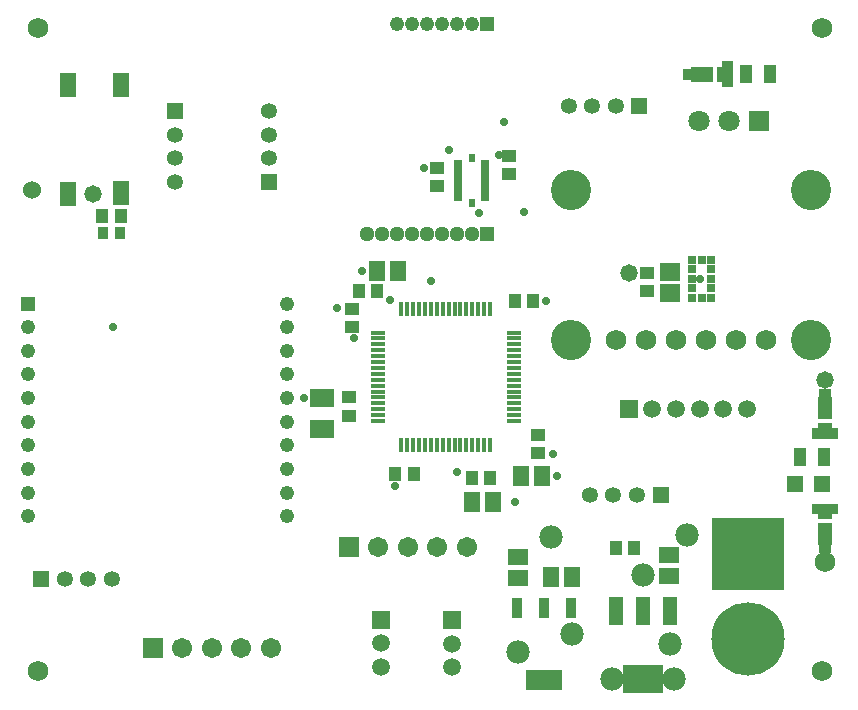
<source format=gts>
G04*
G04 #@! TF.GenerationSoftware,Altium Limited,Altium Designer,25.8.1 (18)*
G04*
G04 Layer_Color=8388736*
%FSLAX25Y25*%
%MOIN*%
G70*
G04*
G04 #@! TF.SameCoordinates,C76D9226-5B89-478B-BDFE-737DA55DB7C2*
G04*
G04*
G04 #@! TF.FilePolarity,Negative*
G04*
G01*
G75*
%ADD17R,0.03350X0.06934*%
%ADD18R,0.12405X0.06934*%
%ADD28R,0.04700X0.01200*%
%ADD29R,0.01200X0.04700*%
%ADD33R,0.05512X0.08268*%
%ADD36R,0.06587X0.05367*%
%ADD37R,0.04540X0.09265*%
%ADD38R,0.04422X0.06391*%
%ADD39R,0.02769X0.02769*%
%ADD40R,0.04658X0.04422*%
%ADD41R,0.03123X0.02178*%
%ADD42R,0.06942X0.05839*%
%ADD43R,0.05367X0.06587*%
%ADD44R,0.04422X0.04658*%
%ADD45R,0.03556X0.04343*%
%ADD46R,0.07965X0.06469*%
%ADD47R,0.13595X0.09265*%
%ADD48R,0.05328X0.05328*%
%ADD49R,0.02178X0.03123*%
%ADD50R,0.24422X0.24422*%
%ADD51C,0.06824*%
%ADD52R,0.06737X0.06737*%
%ADD53C,0.05328*%
%ADD54R,0.04776X0.04776*%
%ADD55R,0.05950X0.05950*%
%ADD56C,0.04776*%
%ADD57R,0.05328X0.05328*%
%ADD58R,0.04769X0.04769*%
%ADD59C,0.07119*%
%ADD60C,0.05950*%
%ADD61C,0.24422*%
%ADD62C,0.05081*%
%ADD63C,0.06737*%
%ADD64C,0.04769*%
%ADD65R,0.05950X0.05950*%
%ADD66C,0.06000*%
%ADD67R,0.05081X0.05081*%
%ADD68R,0.07119X0.07119*%
%ADD69C,0.13398*%
%ADD70C,0.06800*%
%ADD71C,0.05800*%
%ADD72C,0.02800*%
%ADD73C,0.07800*%
G36*
X276378Y54134D02*
Y51378D01*
X272441D01*
Y54134D01*
X272047D01*
Y61417D01*
X276772D01*
Y54134D01*
X276378D01*
D02*
G37*
G36*
X276772Y64370D02*
Y62795D01*
X272047D01*
Y64370D01*
X270079D01*
Y67913D01*
X278740D01*
Y64370D01*
X276772D01*
D02*
G37*
G36*
X272047Y93110D02*
Y94685D01*
X276772D01*
Y93110D01*
X278740D01*
Y89567D01*
X270079D01*
Y93110D01*
X272047D01*
D02*
G37*
G36*
X237205Y208661D02*
X229921D01*
Y209055D01*
X227165D01*
Y212992D01*
X229921D01*
Y213386D01*
X237205D01*
Y208661D01*
D02*
G37*
G36*
X243701Y206693D02*
X240158D01*
Y208661D01*
X238583D01*
Y213386D01*
X240158D01*
Y215354D01*
X243701D01*
Y206693D01*
D02*
G37*
G36*
X276378Y103347D02*
X276772D01*
Y96063D01*
X272047D01*
Y103347D01*
X272441D01*
Y106102D01*
X276378D01*
Y103347D01*
D02*
G37*
D17*
X189874Y33158D02*
D03*
X180819D02*
D03*
X171764D02*
D03*
D18*
X180819Y9339D02*
D03*
D28*
X170669Y125000D02*
D03*
Y95473D02*
D03*
X125394Y125000D02*
D03*
Y101378D02*
D03*
X170669Y123032D02*
D03*
X125394Y103347D02*
D03*
Y111221D02*
D03*
X170669Y101378D02*
D03*
X125394Y113189D02*
D03*
X170669Y107284D02*
D03*
Y97441D02*
D03*
Y99410D02*
D03*
Y121063D02*
D03*
Y119095D02*
D03*
Y117126D02*
D03*
Y115158D02*
D03*
Y113189D02*
D03*
Y111221D02*
D03*
Y109252D02*
D03*
X125394Y105315D02*
D03*
Y107284D02*
D03*
Y115158D02*
D03*
Y117126D02*
D03*
Y119095D02*
D03*
Y121063D02*
D03*
Y123032D02*
D03*
Y109252D02*
D03*
X170669Y105315D02*
D03*
Y103347D02*
D03*
X125394Y99410D02*
D03*
Y97441D02*
D03*
Y95473D02*
D03*
D29*
X133268Y132874D02*
D03*
X156890Y87599D02*
D03*
X137205D02*
D03*
X162795D02*
D03*
X158858D02*
D03*
X154921D02*
D03*
X135236Y132874D02*
D03*
Y87599D02*
D03*
X141142Y132874D02*
D03*
X147047D02*
D03*
X149016Y87599D02*
D03*
X145079D02*
D03*
X154921Y132874D02*
D03*
X152953D02*
D03*
X143110D02*
D03*
X145079D02*
D03*
X147047Y87599D02*
D03*
X139173Y132874D02*
D03*
X160827Y87599D02*
D03*
X137205Y132874D02*
D03*
X152953Y87599D02*
D03*
X150984D02*
D03*
X143110D02*
D03*
X141142D02*
D03*
X158858Y132874D02*
D03*
X160827D02*
D03*
X162795D02*
D03*
X139173Y87599D02*
D03*
X150984Y132874D02*
D03*
X156890D02*
D03*
X149016D02*
D03*
X133268Y87599D02*
D03*
D33*
X22047Y171260D02*
D03*
X39764Y171653D02*
D03*
Y207480D02*
D03*
X22047D02*
D03*
D36*
X222571Y43980D02*
D03*
X171972Y43087D02*
D03*
X222571Y50870D02*
D03*
X171972Y50016D02*
D03*
D37*
X222835Y32283D02*
D03*
X213779D02*
D03*
X204724D02*
D03*
D38*
X266142Y83465D02*
D03*
X274016D02*
D03*
X248209Y211024D02*
D03*
X256083D02*
D03*
D39*
X230170Y136614D02*
D03*
X236469D02*
D03*
X233319Y149213D02*
D03*
Y136614D02*
D03*
X230170Y146063D02*
D03*
Y142913D02*
D03*
Y139764D02*
D03*
X236469Y149213D02*
D03*
Y139764D02*
D03*
Y142913D02*
D03*
X230170Y149213D02*
D03*
X236469Y146063D02*
D03*
D40*
X169291Y177756D02*
D03*
X215209Y138779D02*
D03*
X178740Y90847D02*
D03*
X145276Y173721D02*
D03*
X116929Y126772D02*
D03*
X115748Y97342D02*
D03*
X215209Y144882D02*
D03*
X178740Y84744D02*
D03*
X169291Y183858D02*
D03*
X145276Y179823D02*
D03*
X116929Y132874D02*
D03*
X115748Y103445D02*
D03*
D41*
X161279Y177618D02*
D03*
X152106Y173681D02*
D03*
X161279Y179587D02*
D03*
Y175650D02*
D03*
Y171712D02*
D03*
Y169744D02*
D03*
X152106D02*
D03*
Y179587D02*
D03*
X161279Y173681D02*
D03*
X152106Y181555D02*
D03*
Y171712D02*
D03*
Y175650D02*
D03*
Y177618D02*
D03*
X161279Y181555D02*
D03*
D42*
X222689Y138276D02*
D03*
Y145276D02*
D03*
D43*
X183075Y43402D02*
D03*
X156850Y68504D02*
D03*
X180157Y77165D02*
D03*
X190004Y43402D02*
D03*
X125276Y145669D02*
D03*
X163779Y68504D02*
D03*
X173228Y77165D02*
D03*
X132205Y145669D02*
D03*
D44*
X170965Y135433D02*
D03*
X119049Y138800D02*
D03*
X156791Y76378D02*
D03*
X137303Y77953D02*
D03*
X177067Y135433D02*
D03*
X210925Y53150D02*
D03*
X33563Y163779D02*
D03*
X125151Y138800D02*
D03*
X162894Y76378D02*
D03*
X131201Y77953D02*
D03*
X39665Y163779D02*
D03*
X204823Y53150D02*
D03*
D45*
X33661Y158268D02*
D03*
X39567D02*
D03*
D46*
X106693Y92772D02*
D03*
Y103291D02*
D03*
D47*
X213779Y9449D02*
D03*
D48*
X273622Y74410D02*
D03*
X264370D02*
D03*
X219685Y70866D02*
D03*
X13192Y42882D02*
D03*
X212598Y200394D02*
D03*
D49*
X156693Y183189D02*
D03*
Y168110D02*
D03*
D50*
X248819Y51181D02*
D03*
D51*
X204685Y122441D02*
D03*
X214685D02*
D03*
X244685D02*
D03*
X254685D02*
D03*
X234685D02*
D03*
X224685D02*
D03*
D52*
X115748Y53543D02*
D03*
X50394Y19685D02*
D03*
D53*
X188976Y200394D02*
D03*
X203937Y70866D02*
D03*
X196063D02*
D03*
X88976Y198819D02*
D03*
X36814Y42882D02*
D03*
X21066D02*
D03*
X88976Y190945D02*
D03*
X196850Y200394D02*
D03*
X204724D02*
D03*
X57874Y190945D02*
D03*
Y183071D02*
D03*
Y175197D02*
D03*
X88976Y183071D02*
D03*
X211811Y70866D02*
D03*
X28940Y42882D02*
D03*
D54*
X161811Y227874D02*
D03*
D55*
X209055Y99410D02*
D03*
D56*
X156811Y227874D02*
D03*
X151811D02*
D03*
X131811D02*
D03*
X136811D02*
D03*
X141811D02*
D03*
X146811D02*
D03*
D57*
X88976Y175197D02*
D03*
X57874Y198819D02*
D03*
D58*
X8661Y134646D02*
D03*
D59*
X232520Y195669D02*
D03*
X242520D02*
D03*
D60*
X216929Y99410D02*
D03*
X150000Y13386D02*
D03*
X126620Y13528D02*
D03*
X240551Y99410D02*
D03*
X224803D02*
D03*
X232677D02*
D03*
X248425D02*
D03*
X126620Y21402D02*
D03*
X150000Y21260D02*
D03*
D61*
X248819Y22835D02*
D03*
D62*
X121811Y157874D02*
D03*
X136811D02*
D03*
X146811D02*
D03*
X141811D02*
D03*
X151811D02*
D03*
X126811D02*
D03*
X131811D02*
D03*
X156811D02*
D03*
D63*
X155118Y53543D02*
D03*
X89764Y19685D02*
D03*
X145276Y53543D02*
D03*
X125591D02*
D03*
X135433D02*
D03*
X79921Y19685D02*
D03*
X60236D02*
D03*
X70079D02*
D03*
D64*
X8661Y63779D02*
D03*
Y126772D02*
D03*
Y118898D02*
D03*
Y111024D02*
D03*
Y103150D02*
D03*
Y95276D02*
D03*
Y87402D02*
D03*
Y79528D02*
D03*
Y71653D02*
D03*
X95276Y134646D02*
D03*
Y126772D02*
D03*
Y118898D02*
D03*
Y111024D02*
D03*
Y103150D02*
D03*
Y95276D02*
D03*
Y87402D02*
D03*
Y79528D02*
D03*
Y71653D02*
D03*
Y63779D02*
D03*
D65*
X150000Y29134D02*
D03*
X126620Y29276D02*
D03*
D66*
X10236Y172441D02*
D03*
D67*
X161811Y157874D02*
D03*
D68*
X252520Y195669D02*
D03*
D69*
X269685Y172441D02*
D03*
X189764D02*
D03*
Y122441D02*
D03*
X269685D02*
D03*
D70*
X273386Y12205D02*
D03*
Y226535D02*
D03*
X12205Y12205D02*
D03*
Y226535D02*
D03*
X274410Y48425D02*
D03*
D71*
X208968Y144862D02*
D03*
X274386Y109252D02*
D03*
X30315Y171260D02*
D03*
D72*
X174156Y165052D02*
D03*
X129300Y135800D02*
D03*
X159200Y164800D02*
D03*
X181395Y135534D02*
D03*
X165772Y184055D02*
D03*
X232925Y142913D02*
D03*
X185039Y77165D02*
D03*
X183858Y84646D02*
D03*
X140945Y179921D02*
D03*
X120079Y145669D02*
D03*
X171260Y68504D02*
D03*
X151909Y78524D02*
D03*
X111811Y133071D02*
D03*
X100787Y103150D02*
D03*
X131201Y73721D02*
D03*
X37008Y126772D02*
D03*
X167323Y195276D02*
D03*
X149213Y185827D02*
D03*
X143013Y142126D02*
D03*
X117323Y123228D02*
D03*
D73*
X190083Y24504D02*
D03*
X213705Y44169D02*
D03*
X172047Y18551D02*
D03*
X224200Y9500D02*
D03*
X203300D02*
D03*
X228453Y57410D02*
D03*
X183028Y56870D02*
D03*
X222705Y21303D02*
D03*
M02*

</source>
